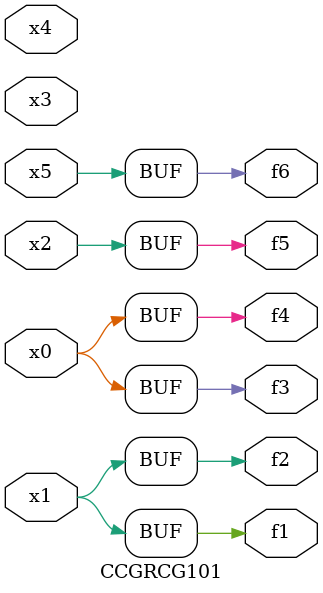
<source format=v>
module CCGRCG101(
	input x0, x1, x2, x3, x4, x5,
	output f1, f2, f3, f4, f5, f6
);
	assign f1 = x1;
	assign f2 = x1;
	assign f3 = x0;
	assign f4 = x0;
	assign f5 = x2;
	assign f6 = x5;
endmodule

</source>
